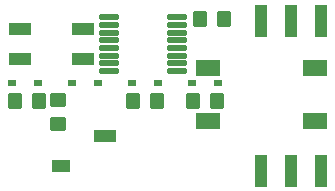
<source format=gbr>
%TF.GenerationSoftware,KiCad,Pcbnew,7.0.9*%
%TF.CreationDate,2024-03-13T02:47:38-05:00*%
%TF.ProjectId,SWITCHES,53574954-4348-4455-932e-6b696361645f,rev?*%
%TF.SameCoordinates,Original*%
%TF.FileFunction,Paste,Top*%
%TF.FilePolarity,Positive*%
%FSLAX46Y46*%
G04 Gerber Fmt 4.6, Leading zero omitted, Abs format (unit mm)*
G04 Created by KiCad (PCBNEW 7.0.9) date 2024-03-13 02:47:38*
%MOMM*%
%LPD*%
G01*
G04 APERTURE LIST*
G04 Aperture macros list*
%AMRoundRect*
0 Rectangle with rounded corners*
0 $1 Rounding radius*
0 $2 $3 $4 $5 $6 $7 $8 $9 X,Y pos of 4 corners*
0 Add a 4 corners polygon primitive as box body*
4,1,4,$2,$3,$4,$5,$6,$7,$8,$9,$2,$3,0*
0 Add four circle primitives for the rounded corners*
1,1,$1+$1,$2,$3*
1,1,$1+$1,$4,$5*
1,1,$1+$1,$6,$7*
1,1,$1+$1,$8,$9*
0 Add four rect primitives between the rounded corners*
20,1,$1+$1,$2,$3,$4,$5,0*
20,1,$1+$1,$4,$5,$6,$7,0*
20,1,$1+$1,$6,$7,$8,$9,0*
20,1,$1+$1,$8,$9,$2,$3,0*%
G04 Aperture macros list end*
%ADD10R,2.100000X1.400000*%
%ADD11R,0.660400X0.609600*%
%ADD12RoundRect,0.250000X-0.350000X-0.450000X0.350000X-0.450000X0.350000X0.450000X-0.350000X0.450000X0*%
%ADD13R,1.000000X2.700000*%
%ADD14R,1.900000X1.000000*%
%ADD15R,1.500000X1.000000*%
%ADD16R,1.875000X1.050000*%
%ADD17RoundRect,0.020500X-0.764500X-0.184500X0.764500X-0.184500X0.764500X0.184500X-0.764500X0.184500X0*%
%ADD18RoundRect,0.250000X0.450000X-0.350000X0.450000X0.350000X-0.450000X0.350000X-0.450000X-0.350000X0*%
G04 APERTURE END LIST*
D10*
%TO.C,S2*%
X166550000Y-89650000D03*
X157450000Y-89650000D03*
X166550000Y-85150000D03*
X157450000Y-85150000D03*
%TD*%
D11*
%TO.C,LED6*%
X151080500Y-86400000D03*
X153239500Y-86400000D03*
%TD*%
D12*
%TO.C,R1*%
X156800000Y-81000000D03*
X158800000Y-81000000D03*
%TD*%
D13*
%TO.C,S1*%
X167040000Y-81150000D03*
X161960000Y-93850000D03*
X161960000Y-81150000D03*
X167040000Y-93850000D03*
X164500000Y-81150000D03*
X164500000Y-93850000D03*
%TD*%
D14*
%TO.C,J6*%
X148730000Y-90960000D03*
D15*
X145080000Y-93500000D03*
%TD*%
D11*
%TO.C,LED5*%
X158319500Y-86400000D03*
X156160500Y-86400000D03*
%TD*%
%TO.C,LED7*%
X146000500Y-86400000D03*
X148159500Y-86400000D03*
%TD*%
%TO.C,LED8*%
X140920500Y-86400000D03*
X143079500Y-86400000D03*
%TD*%
D16*
%TO.C,D1*%
X146862500Y-84400000D03*
X141537500Y-84400000D03*
X146862500Y-81900000D03*
X141537500Y-81900000D03*
%TD*%
D17*
%TO.C,U1*%
X149130000Y-80875000D03*
X149130000Y-81525000D03*
X149130000Y-82175000D03*
X149130000Y-82825000D03*
X149130000Y-83475000D03*
X149130000Y-84125000D03*
X149130000Y-84775000D03*
X149130000Y-85425000D03*
X154870000Y-85425000D03*
X154870000Y-84775000D03*
X154870000Y-84125000D03*
X154870000Y-83475000D03*
X154870000Y-82825000D03*
X154870000Y-82175000D03*
X154870000Y-81525000D03*
X154870000Y-80875000D03*
%TD*%
D12*
%TO.C,R5*%
X156240000Y-88000000D03*
X158240000Y-88000000D03*
%TD*%
%TO.C,R6*%
X151160000Y-88000000D03*
X153160000Y-88000000D03*
%TD*%
D18*
%TO.C,R7*%
X144800000Y-89900000D03*
X144800000Y-87900000D03*
%TD*%
D12*
%TO.C,R8*%
X141150000Y-88000000D03*
X143150000Y-88000000D03*
%TD*%
M02*

</source>
